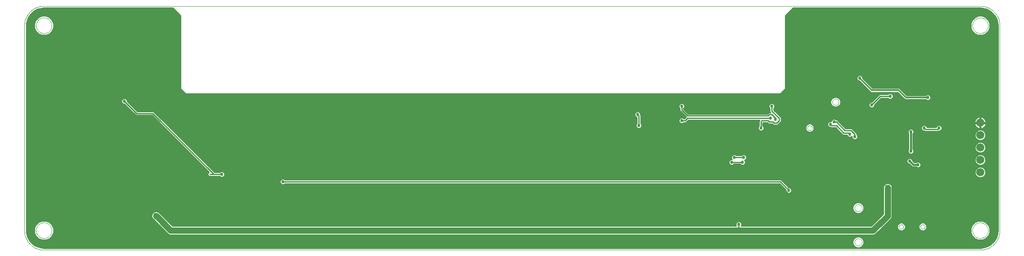
<source format=gbl>
G75*
G70*
%OFA0B0*%
%FSLAX24Y24*%
%IPPOS*%
%LPD*%
%AMOC8*
5,1,8,0,0,1.08239X$1,22.5*
%
%ADD10C,0.0000*%
%ADD11C,0.0660*%
%ADD12C,0.0100*%
%ADD13C,0.0246*%
%ADD14C,0.0500*%
%ADD15C,0.0160*%
%ADD16C,0.0120*%
D10*
X001725Y000937D02*
X077315Y000937D01*
X076685Y002512D02*
X076687Y002562D01*
X076693Y002612D01*
X076703Y002661D01*
X076717Y002709D01*
X076734Y002756D01*
X076755Y002801D01*
X076780Y002845D01*
X076808Y002886D01*
X076840Y002925D01*
X076874Y002962D01*
X076911Y002996D01*
X076951Y003026D01*
X076993Y003053D01*
X077037Y003077D01*
X077083Y003098D01*
X077130Y003114D01*
X077178Y003127D01*
X077228Y003136D01*
X077277Y003141D01*
X077328Y003142D01*
X077378Y003139D01*
X077427Y003132D01*
X077476Y003121D01*
X077524Y003106D01*
X077570Y003088D01*
X077615Y003066D01*
X077658Y003040D01*
X077699Y003011D01*
X077738Y002979D01*
X077774Y002944D01*
X077806Y002906D01*
X077836Y002866D01*
X077863Y002823D01*
X077886Y002779D01*
X077905Y002733D01*
X077921Y002685D01*
X077933Y002636D01*
X077941Y002587D01*
X077945Y002537D01*
X077945Y002487D01*
X077941Y002437D01*
X077933Y002388D01*
X077921Y002339D01*
X077905Y002291D01*
X077886Y002245D01*
X077863Y002201D01*
X077836Y002158D01*
X077806Y002118D01*
X077774Y002080D01*
X077738Y002045D01*
X077699Y002013D01*
X077658Y001984D01*
X077615Y001958D01*
X077570Y001936D01*
X077524Y001918D01*
X077476Y001903D01*
X077427Y001892D01*
X077378Y001885D01*
X077328Y001882D01*
X077277Y001883D01*
X077228Y001888D01*
X077178Y001897D01*
X077130Y001910D01*
X077083Y001926D01*
X077037Y001947D01*
X076993Y001971D01*
X076951Y001998D01*
X076911Y002028D01*
X076874Y002062D01*
X076840Y002099D01*
X076808Y002138D01*
X076780Y002179D01*
X076755Y002223D01*
X076734Y002268D01*
X076717Y002315D01*
X076703Y002363D01*
X076693Y002412D01*
X076687Y002462D01*
X076685Y002512D01*
X077315Y000937D02*
X077392Y000939D01*
X077469Y000945D01*
X077546Y000954D01*
X077622Y000967D01*
X077698Y000984D01*
X077772Y001005D01*
X077846Y001029D01*
X077918Y001057D01*
X077988Y001088D01*
X078057Y001123D01*
X078125Y001161D01*
X078190Y001202D01*
X078253Y001247D01*
X078314Y001295D01*
X078373Y001345D01*
X078429Y001398D01*
X078482Y001454D01*
X078532Y001513D01*
X078580Y001574D01*
X078625Y001637D01*
X078666Y001702D01*
X078704Y001770D01*
X078739Y001839D01*
X078770Y001909D01*
X078798Y001981D01*
X078822Y002055D01*
X078843Y002129D01*
X078860Y002205D01*
X078873Y002281D01*
X078882Y002358D01*
X078888Y002435D01*
X078890Y002512D01*
X078890Y019048D01*
X076685Y019048D02*
X076687Y019098D01*
X076693Y019148D01*
X076703Y019197D01*
X076717Y019245D01*
X076734Y019292D01*
X076755Y019337D01*
X076780Y019381D01*
X076808Y019422D01*
X076840Y019461D01*
X076874Y019498D01*
X076911Y019532D01*
X076951Y019562D01*
X076993Y019589D01*
X077037Y019613D01*
X077083Y019634D01*
X077130Y019650D01*
X077178Y019663D01*
X077228Y019672D01*
X077277Y019677D01*
X077328Y019678D01*
X077378Y019675D01*
X077427Y019668D01*
X077476Y019657D01*
X077524Y019642D01*
X077570Y019624D01*
X077615Y019602D01*
X077658Y019576D01*
X077699Y019547D01*
X077738Y019515D01*
X077774Y019480D01*
X077806Y019442D01*
X077836Y019402D01*
X077863Y019359D01*
X077886Y019315D01*
X077905Y019269D01*
X077921Y019221D01*
X077933Y019172D01*
X077941Y019123D01*
X077945Y019073D01*
X077945Y019023D01*
X077941Y018973D01*
X077933Y018924D01*
X077921Y018875D01*
X077905Y018827D01*
X077886Y018781D01*
X077863Y018737D01*
X077836Y018694D01*
X077806Y018654D01*
X077774Y018616D01*
X077738Y018581D01*
X077699Y018549D01*
X077658Y018520D01*
X077615Y018494D01*
X077570Y018472D01*
X077524Y018454D01*
X077476Y018439D01*
X077427Y018428D01*
X077378Y018421D01*
X077328Y018418D01*
X077277Y018419D01*
X077228Y018424D01*
X077178Y018433D01*
X077130Y018446D01*
X077083Y018462D01*
X077037Y018483D01*
X076993Y018507D01*
X076951Y018534D01*
X076911Y018564D01*
X076874Y018598D01*
X076840Y018635D01*
X076808Y018674D01*
X076780Y018715D01*
X076755Y018759D01*
X076734Y018804D01*
X076717Y018851D01*
X076703Y018899D01*
X076693Y018948D01*
X076687Y018998D01*
X076685Y019048D01*
X077315Y020623D02*
X077392Y020621D01*
X077469Y020615D01*
X077546Y020606D01*
X077622Y020593D01*
X077698Y020576D01*
X077772Y020555D01*
X077846Y020531D01*
X077918Y020503D01*
X077988Y020472D01*
X078057Y020437D01*
X078125Y020399D01*
X078190Y020358D01*
X078253Y020313D01*
X078314Y020265D01*
X078373Y020215D01*
X078429Y020162D01*
X078482Y020106D01*
X078532Y020047D01*
X078580Y019986D01*
X078625Y019923D01*
X078666Y019858D01*
X078704Y019790D01*
X078739Y019721D01*
X078770Y019651D01*
X078798Y019579D01*
X078822Y019505D01*
X078843Y019431D01*
X078860Y019355D01*
X078873Y019279D01*
X078882Y019202D01*
X078888Y019125D01*
X078890Y019048D01*
X077315Y020622D02*
X001725Y020622D01*
X001095Y019048D02*
X001097Y019098D01*
X001103Y019148D01*
X001113Y019197D01*
X001127Y019245D01*
X001144Y019292D01*
X001165Y019337D01*
X001190Y019381D01*
X001218Y019422D01*
X001250Y019461D01*
X001284Y019498D01*
X001321Y019532D01*
X001361Y019562D01*
X001403Y019589D01*
X001447Y019613D01*
X001493Y019634D01*
X001540Y019650D01*
X001588Y019663D01*
X001638Y019672D01*
X001687Y019677D01*
X001738Y019678D01*
X001788Y019675D01*
X001837Y019668D01*
X001886Y019657D01*
X001934Y019642D01*
X001980Y019624D01*
X002025Y019602D01*
X002068Y019576D01*
X002109Y019547D01*
X002148Y019515D01*
X002184Y019480D01*
X002216Y019442D01*
X002246Y019402D01*
X002273Y019359D01*
X002296Y019315D01*
X002315Y019269D01*
X002331Y019221D01*
X002343Y019172D01*
X002351Y019123D01*
X002355Y019073D01*
X002355Y019023D01*
X002351Y018973D01*
X002343Y018924D01*
X002331Y018875D01*
X002315Y018827D01*
X002296Y018781D01*
X002273Y018737D01*
X002246Y018694D01*
X002216Y018654D01*
X002184Y018616D01*
X002148Y018581D01*
X002109Y018549D01*
X002068Y018520D01*
X002025Y018494D01*
X001980Y018472D01*
X001934Y018454D01*
X001886Y018439D01*
X001837Y018428D01*
X001788Y018421D01*
X001738Y018418D01*
X001687Y018419D01*
X001638Y018424D01*
X001588Y018433D01*
X001540Y018446D01*
X001493Y018462D01*
X001447Y018483D01*
X001403Y018507D01*
X001361Y018534D01*
X001321Y018564D01*
X001284Y018598D01*
X001250Y018635D01*
X001218Y018674D01*
X001190Y018715D01*
X001165Y018759D01*
X001144Y018804D01*
X001127Y018851D01*
X001113Y018899D01*
X001103Y018948D01*
X001097Y018998D01*
X001095Y019048D01*
X000150Y019048D02*
X000152Y019125D01*
X000158Y019202D01*
X000167Y019279D01*
X000180Y019355D01*
X000197Y019431D01*
X000218Y019505D01*
X000242Y019579D01*
X000270Y019651D01*
X000301Y019721D01*
X000336Y019790D01*
X000374Y019858D01*
X000415Y019923D01*
X000460Y019986D01*
X000508Y020047D01*
X000558Y020106D01*
X000611Y020162D01*
X000667Y020215D01*
X000726Y020265D01*
X000787Y020313D01*
X000850Y020358D01*
X000915Y020399D01*
X000983Y020437D01*
X001052Y020472D01*
X001122Y020503D01*
X001194Y020531D01*
X001268Y020555D01*
X001342Y020576D01*
X001418Y020593D01*
X001494Y020606D01*
X001571Y020615D01*
X001648Y020621D01*
X001725Y020623D01*
X000150Y019048D02*
X000150Y002512D01*
X001095Y002512D02*
X001097Y002562D01*
X001103Y002612D01*
X001113Y002661D01*
X001127Y002709D01*
X001144Y002756D01*
X001165Y002801D01*
X001190Y002845D01*
X001218Y002886D01*
X001250Y002925D01*
X001284Y002962D01*
X001321Y002996D01*
X001361Y003026D01*
X001403Y003053D01*
X001447Y003077D01*
X001493Y003098D01*
X001540Y003114D01*
X001588Y003127D01*
X001638Y003136D01*
X001687Y003141D01*
X001738Y003142D01*
X001788Y003139D01*
X001837Y003132D01*
X001886Y003121D01*
X001934Y003106D01*
X001980Y003088D01*
X002025Y003066D01*
X002068Y003040D01*
X002109Y003011D01*
X002148Y002979D01*
X002184Y002944D01*
X002216Y002906D01*
X002246Y002866D01*
X002273Y002823D01*
X002296Y002779D01*
X002315Y002733D01*
X002331Y002685D01*
X002343Y002636D01*
X002351Y002587D01*
X002355Y002537D01*
X002355Y002487D01*
X002351Y002437D01*
X002343Y002388D01*
X002331Y002339D01*
X002315Y002291D01*
X002296Y002245D01*
X002273Y002201D01*
X002246Y002158D01*
X002216Y002118D01*
X002184Y002080D01*
X002148Y002045D01*
X002109Y002013D01*
X002068Y001984D01*
X002025Y001958D01*
X001980Y001936D01*
X001934Y001918D01*
X001886Y001903D01*
X001837Y001892D01*
X001788Y001885D01*
X001738Y001882D01*
X001687Y001883D01*
X001638Y001888D01*
X001588Y001897D01*
X001540Y001910D01*
X001493Y001926D01*
X001447Y001947D01*
X001403Y001971D01*
X001361Y001998D01*
X001321Y002028D01*
X001284Y002062D01*
X001250Y002099D01*
X001218Y002138D01*
X001190Y002179D01*
X001165Y002223D01*
X001144Y002268D01*
X001127Y002315D01*
X001113Y002363D01*
X001103Y002412D01*
X001097Y002462D01*
X001095Y002512D01*
X000150Y002512D02*
X000152Y002435D01*
X000158Y002358D01*
X000167Y002281D01*
X000180Y002205D01*
X000197Y002129D01*
X000218Y002055D01*
X000242Y001981D01*
X000270Y001909D01*
X000301Y001839D01*
X000336Y001770D01*
X000374Y001702D01*
X000415Y001637D01*
X000460Y001574D01*
X000508Y001513D01*
X000558Y001454D01*
X000611Y001398D01*
X000667Y001345D01*
X000726Y001295D01*
X000787Y001247D01*
X000850Y001202D01*
X000915Y001161D01*
X000983Y001123D01*
X001052Y001088D01*
X001122Y001057D01*
X001194Y001029D01*
X001268Y001005D01*
X001342Y000984D01*
X001418Y000967D01*
X001494Y000954D01*
X001571Y000945D01*
X001648Y000939D01*
X001725Y000937D01*
X063349Y010790D02*
X063351Y010817D01*
X063357Y010844D01*
X063366Y010870D01*
X063379Y010894D01*
X063395Y010917D01*
X063414Y010936D01*
X063436Y010953D01*
X063460Y010967D01*
X063485Y010977D01*
X063512Y010984D01*
X063539Y010987D01*
X063567Y010986D01*
X063594Y010981D01*
X063620Y010973D01*
X063644Y010961D01*
X063667Y010945D01*
X063688Y010927D01*
X063705Y010906D01*
X063720Y010882D01*
X063731Y010857D01*
X063739Y010831D01*
X063743Y010804D01*
X063743Y010776D01*
X063739Y010749D01*
X063731Y010723D01*
X063720Y010698D01*
X063705Y010674D01*
X063688Y010653D01*
X063667Y010635D01*
X063645Y010619D01*
X063620Y010607D01*
X063594Y010599D01*
X063567Y010594D01*
X063539Y010593D01*
X063512Y010596D01*
X063485Y010603D01*
X063460Y010613D01*
X063436Y010627D01*
X063414Y010644D01*
X063395Y010663D01*
X063379Y010686D01*
X063366Y010710D01*
X063357Y010736D01*
X063351Y010763D01*
X063349Y010790D01*
X065378Y012878D02*
X065380Y012909D01*
X065386Y012940D01*
X065395Y012970D01*
X065408Y012999D01*
X065425Y013026D01*
X065445Y013050D01*
X065467Y013072D01*
X065493Y013091D01*
X065520Y013107D01*
X065549Y013119D01*
X065579Y013128D01*
X065610Y013133D01*
X065642Y013134D01*
X065673Y013131D01*
X065704Y013124D01*
X065734Y013114D01*
X065762Y013100D01*
X065788Y013082D01*
X065812Y013062D01*
X065833Y013038D01*
X065852Y013013D01*
X065867Y012985D01*
X065878Y012956D01*
X065886Y012925D01*
X065890Y012894D01*
X065890Y012862D01*
X065886Y012831D01*
X065878Y012800D01*
X065867Y012771D01*
X065852Y012743D01*
X065833Y012718D01*
X065812Y012694D01*
X065788Y012674D01*
X065762Y012656D01*
X065734Y012642D01*
X065704Y012632D01*
X065673Y012625D01*
X065642Y012622D01*
X065610Y012623D01*
X065579Y012628D01*
X065549Y012637D01*
X065520Y012649D01*
X065493Y012665D01*
X065467Y012684D01*
X065445Y012706D01*
X065425Y012730D01*
X065408Y012757D01*
X065395Y012786D01*
X065386Y012816D01*
X065380Y012847D01*
X065378Y012878D01*
X067178Y004323D02*
X067180Y004357D01*
X067186Y004391D01*
X067196Y004424D01*
X067209Y004455D01*
X067227Y004485D01*
X067247Y004513D01*
X067271Y004538D01*
X067297Y004560D01*
X067325Y004578D01*
X067356Y004594D01*
X067388Y004606D01*
X067422Y004614D01*
X067456Y004618D01*
X067490Y004618D01*
X067524Y004614D01*
X067558Y004606D01*
X067590Y004594D01*
X067620Y004578D01*
X067649Y004560D01*
X067675Y004538D01*
X067699Y004513D01*
X067719Y004485D01*
X067737Y004455D01*
X067750Y004424D01*
X067760Y004391D01*
X067766Y004357D01*
X067768Y004323D01*
X067766Y004289D01*
X067760Y004255D01*
X067750Y004222D01*
X067737Y004191D01*
X067719Y004161D01*
X067699Y004133D01*
X067675Y004108D01*
X067649Y004086D01*
X067621Y004068D01*
X067590Y004052D01*
X067558Y004040D01*
X067524Y004032D01*
X067490Y004028D01*
X067456Y004028D01*
X067422Y004032D01*
X067388Y004040D01*
X067356Y004052D01*
X067325Y004068D01*
X067297Y004086D01*
X067271Y004108D01*
X067247Y004133D01*
X067227Y004161D01*
X067209Y004191D01*
X067196Y004222D01*
X067186Y004255D01*
X067180Y004289D01*
X067178Y004323D01*
X070760Y002807D02*
X070762Y002833D01*
X070768Y002859D01*
X070778Y002884D01*
X070791Y002907D01*
X070807Y002927D01*
X070827Y002945D01*
X070849Y002960D01*
X070872Y002972D01*
X070898Y002980D01*
X070924Y002984D01*
X070950Y002984D01*
X070976Y002980D01*
X071002Y002972D01*
X071026Y002960D01*
X071047Y002945D01*
X071067Y002927D01*
X071083Y002907D01*
X071096Y002884D01*
X071106Y002859D01*
X071112Y002833D01*
X071114Y002807D01*
X071112Y002781D01*
X071106Y002755D01*
X071096Y002730D01*
X071083Y002707D01*
X071067Y002687D01*
X071047Y002669D01*
X071025Y002654D01*
X071002Y002642D01*
X070976Y002634D01*
X070950Y002630D01*
X070924Y002630D01*
X070898Y002634D01*
X070872Y002642D01*
X070848Y002654D01*
X070827Y002669D01*
X070807Y002687D01*
X070791Y002707D01*
X070778Y002730D01*
X070768Y002755D01*
X070762Y002781D01*
X070760Y002807D01*
X072493Y002807D02*
X072495Y002833D01*
X072501Y002859D01*
X072511Y002884D01*
X072524Y002907D01*
X072540Y002927D01*
X072560Y002945D01*
X072582Y002960D01*
X072605Y002972D01*
X072631Y002980D01*
X072657Y002984D01*
X072683Y002984D01*
X072709Y002980D01*
X072735Y002972D01*
X072759Y002960D01*
X072780Y002945D01*
X072800Y002927D01*
X072816Y002907D01*
X072829Y002884D01*
X072839Y002859D01*
X072845Y002833D01*
X072847Y002807D01*
X072845Y002781D01*
X072839Y002755D01*
X072829Y002730D01*
X072816Y002707D01*
X072800Y002687D01*
X072780Y002669D01*
X072758Y002654D01*
X072735Y002642D01*
X072709Y002634D01*
X072683Y002630D01*
X072657Y002630D01*
X072631Y002634D01*
X072605Y002642D01*
X072581Y002654D01*
X072560Y002669D01*
X072540Y002687D01*
X072524Y002707D01*
X072511Y002730D01*
X072501Y002755D01*
X072495Y002781D01*
X072493Y002807D01*
X067178Y001567D02*
X067180Y001601D01*
X067186Y001635D01*
X067196Y001668D01*
X067209Y001699D01*
X067227Y001729D01*
X067247Y001757D01*
X067271Y001782D01*
X067297Y001804D01*
X067325Y001822D01*
X067356Y001838D01*
X067388Y001850D01*
X067422Y001858D01*
X067456Y001862D01*
X067490Y001862D01*
X067524Y001858D01*
X067558Y001850D01*
X067590Y001838D01*
X067620Y001822D01*
X067649Y001804D01*
X067675Y001782D01*
X067699Y001757D01*
X067719Y001729D01*
X067737Y001699D01*
X067750Y001668D01*
X067760Y001635D01*
X067766Y001601D01*
X067768Y001567D01*
X067766Y001533D01*
X067760Y001499D01*
X067750Y001466D01*
X067737Y001435D01*
X067719Y001405D01*
X067699Y001377D01*
X067675Y001352D01*
X067649Y001330D01*
X067621Y001312D01*
X067590Y001296D01*
X067558Y001284D01*
X067524Y001276D01*
X067490Y001272D01*
X067456Y001272D01*
X067422Y001276D01*
X067388Y001284D01*
X067356Y001296D01*
X067325Y001312D01*
X067297Y001330D01*
X067271Y001352D01*
X067247Y001377D01*
X067227Y001405D01*
X067209Y001435D01*
X067196Y001466D01*
X067186Y001499D01*
X067180Y001533D01*
X067178Y001567D01*
D11*
X077315Y007205D03*
X077315Y008205D03*
X077315Y009205D03*
X077315Y010205D03*
X077315Y011205D03*
D12*
X077267Y011181D02*
X066018Y011181D01*
X066117Y011083D02*
X076850Y011083D01*
X076847Y011093D02*
X076871Y011021D01*
X076905Y010954D01*
X076949Y010892D01*
X077003Y010839D01*
X077064Y010795D01*
X077131Y010760D01*
X077203Y010737D01*
X077267Y010727D01*
X077267Y011157D01*
X076837Y011157D01*
X076847Y011093D01*
X076889Y010984D02*
X074094Y010984D01*
X074065Y011013D02*
X074202Y010876D01*
X074202Y010683D01*
X074065Y010547D01*
X073962Y010547D01*
X073937Y010521D01*
X072820Y010521D01*
X072795Y010547D01*
X072691Y010547D01*
X072555Y010683D01*
X072555Y010876D01*
X072691Y011013D01*
X072884Y011013D01*
X073021Y010876D01*
X073021Y010841D01*
X073736Y010841D01*
X073736Y010876D01*
X073872Y011013D01*
X074065Y011013D01*
X074192Y010886D02*
X076956Y010886D01*
X077078Y010787D02*
X074202Y010787D01*
X074202Y010689D02*
X078740Y010689D01*
X078740Y010787D02*
X077553Y010787D01*
X077567Y010795D02*
X077628Y010839D01*
X077681Y010892D01*
X077726Y010954D01*
X077760Y011021D01*
X077784Y011093D01*
X077794Y011157D01*
X077364Y011157D01*
X077364Y011254D01*
X077267Y011254D01*
X077267Y011683D01*
X077203Y011673D01*
X077131Y011650D01*
X077064Y011616D01*
X077003Y011571D01*
X076949Y011518D01*
X076905Y011457D01*
X076871Y011389D01*
X076847Y011318D01*
X076837Y011254D01*
X077267Y011254D01*
X077267Y011157D01*
X077364Y011157D01*
X077364Y010727D01*
X077428Y010737D01*
X077500Y010760D01*
X077567Y010795D01*
X077675Y010886D02*
X078740Y010886D01*
X078740Y010984D02*
X077742Y010984D01*
X077780Y011083D02*
X078740Y011083D01*
X078740Y011181D02*
X077364Y011181D01*
X077364Y011254D02*
X077794Y011254D01*
X077784Y011318D01*
X077760Y011389D01*
X077726Y011457D01*
X077681Y011518D01*
X077628Y011571D01*
X077567Y011616D01*
X077500Y011650D01*
X077428Y011673D01*
X077364Y011683D01*
X077364Y011254D01*
X077364Y011280D02*
X077267Y011280D01*
X077267Y011378D02*
X077364Y011378D01*
X077364Y011477D02*
X077267Y011477D01*
X077267Y011575D02*
X077364Y011575D01*
X077364Y011674D02*
X077267Y011674D01*
X077207Y011674D02*
X061195Y011674D01*
X061235Y011634D02*
X060645Y012224D01*
X060645Y012382D01*
X060718Y012455D01*
X060718Y012648D01*
X060581Y012785D01*
X060388Y012785D01*
X060252Y012648D01*
X060252Y012455D01*
X060325Y012382D01*
X060325Y012092D01*
X060394Y012023D01*
X060222Y012023D01*
X060123Y011924D01*
X053760Y011924D01*
X053361Y012323D01*
X053361Y012382D01*
X053434Y012455D01*
X053434Y012648D01*
X053298Y012785D01*
X053105Y012785D01*
X052968Y012648D01*
X052968Y012455D01*
X053041Y012382D01*
X053041Y012190D01*
X053135Y012096D01*
X053565Y011666D01*
X053430Y011530D01*
X053371Y011530D01*
X053298Y011603D01*
X053105Y011603D01*
X052968Y011467D01*
X052968Y011274D01*
X053105Y011137D01*
X053298Y011137D01*
X053371Y011210D01*
X053563Y011210D01*
X053760Y011407D01*
X059508Y011407D01*
X059439Y011338D01*
X059439Y010949D01*
X059366Y010876D01*
X059366Y010683D01*
X059502Y010547D01*
X059695Y010547D01*
X059832Y010683D01*
X059832Y010876D01*
X059759Y010949D01*
X059759Y011206D01*
X059764Y011210D01*
X060123Y011210D01*
X060128Y011206D01*
X060128Y011206D01*
X060222Y011112D01*
X060517Y011112D01*
X060521Y011107D01*
X060615Y011014D01*
X060945Y011014D01*
X061141Y011210D01*
X061235Y011304D01*
X061235Y011634D01*
X061235Y011575D02*
X077008Y011575D01*
X076920Y011477D02*
X065629Y011477D01*
X065601Y011505D02*
X065674Y011432D01*
X065767Y011432D01*
X065861Y011338D01*
X066456Y010743D01*
X066949Y010743D01*
X067042Y010649D01*
X067338Y010354D01*
X067338Y010260D01*
X067411Y010187D01*
X067411Y009994D01*
X067274Y009858D01*
X067081Y009858D01*
X066945Y009994D01*
X066945Y010119D01*
X066880Y010055D01*
X066687Y010055D01*
X066551Y010191D01*
X066551Y010226D01*
X066225Y010226D01*
X065635Y010817D01*
X065241Y010817D01*
X065216Y010842D01*
X065113Y010842D01*
X064976Y010979D01*
X064976Y011172D01*
X065113Y011308D01*
X065271Y011308D01*
X065271Y011369D01*
X065408Y011505D01*
X065601Y011505D01*
X065380Y011477D02*
X061235Y011477D01*
X061235Y011378D02*
X065281Y011378D01*
X065084Y011280D02*
X061211Y011280D01*
X061112Y011181D02*
X064986Y011181D01*
X064976Y011083D02*
X063743Y011083D01*
X063742Y011084D02*
X063615Y011137D01*
X063477Y011137D01*
X063349Y011084D01*
X063252Y010986D01*
X063199Y010859D01*
X063199Y010721D01*
X063252Y010593D01*
X063349Y010496D01*
X063477Y010443D01*
X063615Y010443D01*
X063742Y010496D01*
X063840Y010593D01*
X063893Y010721D01*
X063893Y010859D01*
X063840Y010986D01*
X063742Y011084D01*
X063841Y010984D02*
X064976Y010984D01*
X065069Y010886D02*
X063881Y010886D01*
X063893Y010787D02*
X065664Y010787D01*
X065763Y010689D02*
X063879Y010689D01*
X063837Y010590D02*
X065861Y010590D01*
X065960Y010492D02*
X063733Y010492D01*
X063359Y010492D02*
X012219Y010492D01*
X012121Y010590D02*
X059459Y010590D01*
X059366Y010689D02*
X012022Y010689D01*
X011924Y010787D02*
X049616Y010787D01*
X049660Y010744D02*
X049853Y010744D01*
X049989Y010880D01*
X049989Y011073D01*
X049916Y011146D01*
X049916Y011830D01*
X049891Y011856D01*
X049891Y011959D01*
X049754Y012096D01*
X049561Y012096D01*
X049425Y011959D01*
X049425Y011766D01*
X049561Y011630D01*
X049596Y011630D01*
X049596Y011146D01*
X049523Y011073D01*
X049523Y010880D01*
X049660Y010744D01*
X049523Y010886D02*
X011825Y010886D01*
X011727Y010984D02*
X049523Y010984D01*
X049533Y011083D02*
X011628Y011083D01*
X011530Y011181D02*
X049596Y011181D01*
X049596Y011280D02*
X011431Y011280D01*
X011333Y011378D02*
X049596Y011378D01*
X049596Y011477D02*
X011234Y011477D01*
X011136Y011575D02*
X049596Y011575D01*
X049517Y011674D02*
X011037Y011674D01*
X010939Y011772D02*
X049425Y011772D01*
X049425Y011871D02*
X010840Y011871D01*
X010742Y011969D02*
X049435Y011969D01*
X049534Y012068D02*
X010643Y012068D01*
X010590Y012121D02*
X009271Y012121D01*
X008454Y012939D01*
X008454Y013042D01*
X008317Y013178D01*
X008124Y013178D01*
X007988Y013042D01*
X007988Y012849D01*
X008124Y012712D01*
X008228Y012712D01*
X009045Y011895D01*
X009139Y011801D01*
X010458Y011801D01*
X015059Y007200D01*
X015044Y007200D01*
X014951Y007106D01*
X014951Y006973D01*
X015044Y006880D01*
X015925Y006880D01*
X015998Y006807D01*
X016191Y006807D01*
X016328Y006943D01*
X016328Y007136D01*
X016191Y007273D01*
X015998Y007273D01*
X015925Y007200D01*
X015512Y007200D01*
X010590Y012121D01*
X010524Y011961D02*
X015445Y007040D01*
X016095Y007040D01*
X016328Y007044D02*
X076906Y007044D01*
X076875Y007118D02*
X076942Y006956D01*
X077066Y006832D01*
X077228Y006765D01*
X077403Y006765D01*
X077565Y006832D01*
X077688Y006956D01*
X077755Y007118D01*
X077755Y007293D01*
X077688Y007454D01*
X077565Y007578D01*
X077403Y007645D01*
X077228Y007645D01*
X077066Y007578D01*
X076942Y007454D01*
X076875Y007293D01*
X076875Y007118D01*
X076875Y007143D02*
X016321Y007143D01*
X016223Y007241D02*
X076875Y007241D01*
X076895Y007340D02*
X015371Y007340D01*
X015273Y007438D02*
X076936Y007438D01*
X077025Y007537D02*
X015174Y007537D01*
X015076Y007635D02*
X072158Y007635D01*
X072156Y007637D02*
X072199Y007594D01*
X072392Y007594D01*
X072529Y007731D01*
X072529Y007924D01*
X072392Y008060D01*
X072199Y008060D01*
X072156Y008017D01*
X071981Y008017D01*
X071840Y008158D01*
X071840Y008219D01*
X071703Y008355D01*
X071510Y008355D01*
X071374Y008219D01*
X071374Y008026D01*
X071510Y007889D01*
X071571Y007889D01*
X071823Y007637D01*
X072156Y007637D01*
X072433Y007635D02*
X077204Y007635D01*
X077228Y007765D02*
X077403Y007765D01*
X077565Y007832D01*
X077688Y007956D01*
X077755Y008118D01*
X077755Y008293D01*
X077688Y008454D01*
X077565Y008578D01*
X077403Y008645D01*
X077228Y008645D01*
X077066Y008578D01*
X076942Y008454D01*
X076875Y008293D01*
X076875Y008118D01*
X076942Y007956D01*
X077066Y007832D01*
X077228Y007765D01*
X077066Y007832D02*
X072529Y007832D01*
X072529Y007734D02*
X078740Y007734D01*
X078740Y007832D02*
X077565Y007832D01*
X077663Y007931D02*
X078740Y007931D01*
X078740Y008029D02*
X077719Y008029D01*
X077755Y008128D02*
X078740Y008128D01*
X078740Y008226D02*
X077755Y008226D01*
X077742Y008325D02*
X078740Y008325D01*
X078740Y008423D02*
X077701Y008423D01*
X077621Y008522D02*
X078740Y008522D01*
X078740Y008620D02*
X077462Y008620D01*
X077403Y008765D02*
X077565Y008832D01*
X077688Y008956D01*
X077755Y009118D01*
X077755Y009293D01*
X077688Y009454D01*
X077565Y009578D01*
X077403Y009645D01*
X077228Y009645D01*
X077066Y009578D01*
X076942Y009454D01*
X076875Y009293D01*
X076875Y009118D01*
X076942Y008956D01*
X077066Y008832D01*
X077228Y008765D01*
X077403Y008765D01*
X077529Y008817D02*
X078740Y008817D01*
X078740Y008719D02*
X071844Y008719D01*
X071802Y008677D02*
X071938Y008813D01*
X071938Y009006D01*
X071895Y009049D01*
X071895Y010345D01*
X071938Y010388D01*
X071938Y010581D01*
X071802Y010718D01*
X071609Y010718D01*
X071472Y010581D01*
X071472Y010388D01*
X071515Y010345D01*
X071515Y009049D01*
X071472Y009006D01*
X071472Y008813D01*
X071609Y008677D01*
X071802Y008677D01*
X071938Y008817D02*
X077102Y008817D01*
X076982Y008916D02*
X071938Y008916D01*
X071930Y009014D02*
X076918Y009014D01*
X076877Y009113D02*
X071895Y009113D01*
X071895Y009211D02*
X076875Y009211D01*
X076883Y009310D02*
X071895Y009310D01*
X071895Y009408D02*
X076923Y009408D01*
X076995Y009507D02*
X071895Y009507D01*
X071895Y009605D02*
X077132Y009605D01*
X077228Y009765D02*
X077403Y009765D01*
X077565Y009832D01*
X077688Y009956D01*
X077755Y010118D01*
X077755Y010293D01*
X077688Y010454D01*
X077565Y010578D01*
X077403Y010645D01*
X077228Y010645D01*
X077066Y010578D01*
X076942Y010454D01*
X076875Y010293D01*
X076875Y010118D01*
X076942Y009956D01*
X077066Y009832D01*
X077228Y009765D01*
X077138Y009802D02*
X071895Y009802D01*
X071895Y009704D02*
X078740Y009704D01*
X078740Y009802D02*
X077493Y009802D01*
X077633Y009901D02*
X078740Y009901D01*
X078740Y009999D02*
X077706Y009999D01*
X077747Y010098D02*
X078740Y010098D01*
X078740Y010196D02*
X077755Y010196D01*
X077754Y010295D02*
X078740Y010295D01*
X078740Y010393D02*
X077714Y010393D01*
X077651Y010492D02*
X078740Y010492D01*
X078740Y010590D02*
X077535Y010590D01*
X077364Y010787D02*
X077267Y010787D01*
X077267Y010886D02*
X077364Y010886D01*
X077364Y010984D02*
X077267Y010984D01*
X077267Y011083D02*
X077364Y011083D01*
X077789Y011280D02*
X078740Y011280D01*
X078740Y011378D02*
X077764Y011378D01*
X077711Y011477D02*
X078740Y011477D01*
X078740Y011575D02*
X077622Y011575D01*
X077424Y011674D02*
X078740Y011674D01*
X078740Y011772D02*
X061096Y011772D01*
X060998Y011871D02*
X078740Y011871D01*
X078740Y011969D02*
X060899Y011969D01*
X060801Y012068D02*
X078740Y012068D01*
X078740Y012166D02*
X060702Y012166D01*
X060645Y012265D02*
X078740Y012265D01*
X078740Y012363D02*
X060645Y012363D01*
X060718Y012462D02*
X068414Y012462D01*
X068459Y012417D02*
X068652Y012417D01*
X068789Y012553D01*
X068789Y012657D01*
X069311Y013179D01*
X069862Y013179D01*
X069935Y013106D01*
X070128Y013106D01*
X070265Y013242D01*
X070265Y013435D01*
X070128Y013572D01*
X069935Y013572D01*
X069862Y013499D01*
X069178Y013499D01*
X069084Y013405D01*
X068562Y012883D01*
X068459Y012883D01*
X068323Y012747D01*
X068323Y012553D01*
X068459Y012417D01*
X068323Y012560D02*
X065890Y012560D01*
X065864Y012534D02*
X065978Y012648D01*
X066040Y012797D01*
X066040Y012958D01*
X065978Y013108D01*
X065864Y013222D01*
X065714Y013284D01*
X065553Y013284D01*
X065404Y013222D01*
X065290Y013108D01*
X065228Y012958D01*
X065228Y012797D01*
X065290Y012648D01*
X065404Y012534D01*
X065553Y012472D01*
X065714Y012472D01*
X065864Y012534D01*
X065982Y012659D02*
X068323Y012659D01*
X068333Y012757D02*
X066023Y012757D01*
X066040Y012856D02*
X068432Y012856D01*
X068634Y012954D02*
X066040Y012954D01*
X066000Y013053D02*
X068732Y013053D01*
X068831Y013151D02*
X065934Y013151D01*
X065796Y013250D02*
X068929Y013250D01*
X069028Y013348D02*
X000300Y013348D01*
X000300Y013250D02*
X065472Y013250D01*
X065333Y013151D02*
X008344Y013151D01*
X008443Y013053D02*
X065267Y013053D01*
X065228Y012954D02*
X008454Y012954D01*
X008536Y012856D02*
X065228Y012856D01*
X065244Y012757D02*
X060608Y012757D01*
X060707Y012659D02*
X065285Y012659D01*
X065377Y012560D02*
X060718Y012560D01*
X060485Y012552D02*
X060485Y012158D01*
X061075Y011567D01*
X061075Y011370D01*
X060878Y011174D01*
X060681Y011174D01*
X060583Y011272D01*
X060288Y011272D01*
X060189Y011370D01*
X059697Y011370D01*
X059599Y011272D01*
X059599Y010780D01*
X059832Y010787D02*
X063199Y010787D01*
X063212Y010689D02*
X059832Y010689D01*
X059739Y010590D02*
X063255Y010590D01*
X063210Y010886D02*
X059822Y010886D01*
X059759Y010984D02*
X063251Y010984D01*
X063348Y011083D02*
X061014Y011083D01*
X060546Y011083D02*
X059759Y011083D01*
X059759Y011181D02*
X060152Y011181D01*
X059479Y011378D02*
X053731Y011378D01*
X053632Y011280D02*
X059439Y011280D01*
X059439Y011181D02*
X053342Y011181D01*
X053201Y011370D02*
X053496Y011370D01*
X053693Y011567D01*
X060386Y011567D01*
X060189Y011764D02*
X053693Y011764D01*
X053201Y012256D01*
X053201Y012552D01*
X052968Y012560D02*
X008832Y012560D01*
X008930Y012462D02*
X052968Y012462D01*
X053041Y012363D02*
X009029Y012363D01*
X009127Y012265D02*
X053041Y012265D01*
X053065Y012166D02*
X009226Y012166D01*
X009205Y011961D02*
X010524Y011961D01*
X010486Y011772D02*
X000300Y011772D01*
X000300Y011674D02*
X010585Y011674D01*
X010683Y011575D02*
X000300Y011575D01*
X000300Y011477D02*
X010782Y011477D01*
X010880Y011378D02*
X000300Y011378D01*
X000300Y011280D02*
X010979Y011280D01*
X011077Y011181D02*
X000300Y011181D01*
X000300Y011083D02*
X011176Y011083D01*
X011274Y010984D02*
X000300Y010984D01*
X000300Y010886D02*
X011373Y010886D01*
X011471Y010787D02*
X000300Y010787D01*
X000300Y010689D02*
X011570Y010689D01*
X011668Y010590D02*
X000300Y010590D01*
X000300Y010492D02*
X011767Y010492D01*
X011865Y010393D02*
X000300Y010393D01*
X000300Y010295D02*
X011964Y010295D01*
X012062Y010196D02*
X000300Y010196D01*
X000300Y010098D02*
X012161Y010098D01*
X012259Y009999D02*
X000300Y009999D01*
X000300Y009901D02*
X012358Y009901D01*
X012456Y009802D02*
X000300Y009802D01*
X000300Y009704D02*
X012555Y009704D01*
X012653Y009605D02*
X000300Y009605D01*
X000300Y009507D02*
X012752Y009507D01*
X012850Y009408D02*
X000300Y009408D01*
X000300Y009310D02*
X012949Y009310D01*
X013047Y009211D02*
X000300Y009211D01*
X000300Y009113D02*
X013146Y009113D01*
X013244Y009014D02*
X000300Y009014D01*
X000300Y008916D02*
X013343Y008916D01*
X013441Y008817D02*
X000300Y008817D01*
X000300Y008719D02*
X013540Y008719D01*
X013638Y008620D02*
X000300Y008620D01*
X000300Y008522D02*
X013737Y008522D01*
X013835Y008423D02*
X000300Y008423D01*
X000300Y008325D02*
X013934Y008325D01*
X014032Y008226D02*
X000300Y008226D01*
X000300Y008128D02*
X014131Y008128D01*
X014229Y008029D02*
X000300Y008029D01*
X000300Y007931D02*
X014328Y007931D01*
X014426Y007832D02*
X000300Y007832D01*
X000300Y007734D02*
X014525Y007734D01*
X014623Y007635D02*
X000300Y007635D01*
X000300Y007537D02*
X014722Y007537D01*
X014820Y007438D02*
X000300Y007438D01*
X000300Y007340D02*
X014919Y007340D01*
X015017Y007241D02*
X000300Y007241D01*
X000300Y007143D02*
X014988Y007143D01*
X014951Y007044D02*
X000300Y007044D01*
X000300Y006946D02*
X014978Y006946D01*
X015111Y007040D02*
X015445Y007040D01*
X015470Y007241D02*
X015967Y007241D01*
X016328Y006946D02*
X076952Y006946D01*
X077051Y006847D02*
X016232Y006847D01*
X015958Y006847D02*
X000300Y006847D01*
X000300Y006749D02*
X078740Y006749D01*
X078740Y006847D02*
X077580Y006847D01*
X077678Y006946D02*
X078740Y006946D01*
X078740Y007044D02*
X077725Y007044D01*
X077755Y007143D02*
X078740Y007143D01*
X078740Y007241D02*
X077755Y007241D01*
X077736Y007340D02*
X078740Y007340D01*
X078740Y007438D02*
X077695Y007438D01*
X077606Y007537D02*
X078740Y007537D01*
X078740Y007635D02*
X077426Y007635D01*
X076967Y007931D02*
X072521Y007931D01*
X072423Y008029D02*
X076912Y008029D01*
X076875Y008128D02*
X071870Y008128D01*
X071832Y008226D02*
X076875Y008226D01*
X076889Y008325D02*
X071734Y008325D01*
X071480Y008325D02*
X058454Y008325D01*
X058454Y008321D02*
X058454Y008514D01*
X058317Y008651D01*
X058124Y008651D01*
X058051Y008578D01*
X057603Y008578D01*
X057530Y008651D01*
X057337Y008651D01*
X057200Y008514D01*
X057200Y008321D01*
X057265Y008257D01*
X057140Y008257D01*
X057004Y008121D01*
X057004Y007928D01*
X057140Y007791D01*
X057333Y007791D01*
X057406Y007864D01*
X057953Y007864D01*
X058026Y007791D01*
X058219Y007791D01*
X058355Y007928D01*
X058355Y008121D01*
X058291Y008185D01*
X058317Y008185D01*
X058454Y008321D01*
X058454Y008423D02*
X076930Y008423D01*
X077010Y008522D02*
X058446Y008522D01*
X058348Y008620D02*
X077168Y008620D01*
X077648Y008916D02*
X078740Y008916D01*
X078740Y009014D02*
X077713Y009014D01*
X077753Y009113D02*
X078740Y009113D01*
X078740Y009211D02*
X077755Y009211D01*
X077748Y009310D02*
X078740Y009310D01*
X078740Y009408D02*
X077707Y009408D01*
X077636Y009507D02*
X078740Y009507D01*
X078740Y009605D02*
X077499Y009605D01*
X076997Y009901D02*
X071895Y009901D01*
X071895Y009999D02*
X076924Y009999D01*
X076884Y010098D02*
X071895Y010098D01*
X071895Y010196D02*
X076875Y010196D01*
X076876Y010295D02*
X071895Y010295D01*
X071938Y010393D02*
X076917Y010393D01*
X076980Y010492D02*
X071938Y010492D01*
X071929Y010590D02*
X072648Y010590D01*
X072555Y010689D02*
X071830Y010689D01*
X071580Y010689D02*
X067003Y010689D01*
X067101Y010590D02*
X071481Y010590D01*
X071472Y010492D02*
X067200Y010492D01*
X067298Y010393D02*
X071472Y010393D01*
X071515Y010295D02*
X067338Y010295D01*
X067402Y010196D02*
X071515Y010196D01*
X071515Y010098D02*
X067411Y010098D01*
X067411Y009999D02*
X071515Y009999D01*
X071515Y009901D02*
X067317Y009901D01*
X067178Y010091D02*
X067178Y010288D01*
X066882Y010583D01*
X066390Y010583D01*
X065701Y011272D01*
X065504Y011272D01*
X065821Y011378D02*
X076867Y011378D01*
X076841Y011280D02*
X065920Y011280D01*
X065307Y010977D02*
X065209Y011075D01*
X065307Y010977D02*
X065701Y010977D01*
X066292Y010386D01*
X066685Y010386D01*
X066784Y010288D01*
X066923Y010098D02*
X066945Y010098D01*
X066945Y009999D02*
X012712Y009999D01*
X012810Y009901D02*
X067038Y009901D01*
X066644Y010098D02*
X012613Y010098D01*
X012515Y010196D02*
X066551Y010196D01*
X066157Y010295D02*
X012416Y010295D01*
X012318Y010393D02*
X066058Y010393D01*
X066412Y010787D02*
X072555Y010787D01*
X072564Y010886D02*
X066314Y010886D01*
X066215Y010984D02*
X072663Y010984D01*
X072788Y010780D02*
X072886Y010681D01*
X073870Y010681D01*
X073969Y010780D01*
X074109Y010590D02*
X077096Y010590D01*
X073844Y010984D02*
X072913Y010984D01*
X073011Y010886D02*
X073745Y010886D01*
X071515Y009802D02*
X012909Y009802D01*
X013007Y009704D02*
X071515Y009704D01*
X071515Y009605D02*
X013106Y009605D01*
X013204Y009507D02*
X071515Y009507D01*
X071515Y009408D02*
X013303Y009408D01*
X013401Y009310D02*
X071515Y009310D01*
X071515Y009211D02*
X013500Y009211D01*
X013598Y009113D02*
X071515Y009113D01*
X071480Y009014D02*
X013697Y009014D01*
X013795Y008916D02*
X071472Y008916D01*
X071472Y008817D02*
X013894Y008817D01*
X013992Y008719D02*
X071567Y008719D01*
X071381Y008226D02*
X058359Y008226D01*
X058348Y008128D02*
X071374Y008128D01*
X071374Y008029D02*
X058355Y008029D01*
X058355Y007931D02*
X071469Y007931D01*
X071628Y007832D02*
X058260Y007832D01*
X058122Y008024D02*
X057237Y008024D01*
X057004Y008029D02*
X014682Y008029D01*
X014780Y007931D02*
X057004Y007931D01*
X057099Y007832D02*
X014879Y007832D01*
X014977Y007734D02*
X071727Y007734D01*
X071968Y008029D02*
X072168Y008029D01*
X070166Y006152D02*
X070030Y006289D01*
X069976Y006289D01*
X069907Y006317D01*
X069763Y006317D01*
X069694Y006289D01*
X069640Y006289D01*
X069504Y006152D01*
X069504Y006098D01*
X069475Y006029D01*
X069475Y003842D01*
X068505Y002872D01*
X058025Y002872D01*
X058060Y002908D01*
X058060Y003101D01*
X057924Y003237D01*
X057731Y003237D01*
X057594Y003101D01*
X057594Y002908D01*
X057630Y002872D01*
X012110Y002872D01*
X011184Y003799D01*
X011111Y003871D01*
X011111Y003888D01*
X010975Y004025D01*
X010921Y004025D01*
X010852Y004053D01*
X010708Y004053D01*
X010639Y004025D01*
X010585Y004025D01*
X010449Y003888D01*
X010449Y003834D01*
X010420Y003765D01*
X010420Y003622D01*
X010449Y003553D01*
X010449Y003498D01*
X010585Y003362D01*
X010602Y003362D01*
X010674Y003290D01*
X011757Y002207D01*
X011889Y002152D01*
X068726Y002152D01*
X068858Y002207D01*
X068959Y002308D01*
X070039Y003388D01*
X070140Y003489D01*
X070195Y003622D01*
X070195Y006029D01*
X070166Y006098D01*
X070166Y006152D01*
X070161Y006158D02*
X078740Y006158D01*
X078740Y006256D02*
X070062Y006256D01*
X070182Y006059D02*
X078740Y006059D01*
X078740Y005961D02*
X070195Y005961D01*
X070195Y005862D02*
X078740Y005862D01*
X078740Y005764D02*
X070195Y005764D01*
X070195Y005665D02*
X078740Y005665D01*
X078740Y005567D02*
X070195Y005567D01*
X070195Y005468D02*
X078740Y005468D01*
X078740Y005370D02*
X070195Y005370D01*
X070195Y005271D02*
X078740Y005271D01*
X078740Y005173D02*
X070195Y005173D01*
X070195Y005074D02*
X078740Y005074D01*
X078740Y004976D02*
X070195Y004976D01*
X070195Y004877D02*
X078740Y004877D01*
X078740Y004779D02*
X070195Y004779D01*
X070195Y004680D02*
X078740Y004680D01*
X078740Y004582D02*
X070195Y004582D01*
X070195Y004483D02*
X078740Y004483D01*
X078740Y004385D02*
X070195Y004385D01*
X070195Y004286D02*
X078740Y004286D01*
X078740Y004188D02*
X070195Y004188D01*
X070195Y004089D02*
X078740Y004089D01*
X078740Y003991D02*
X070195Y003991D01*
X070195Y003892D02*
X078740Y003892D01*
X078740Y003794D02*
X070195Y003794D01*
X070195Y003695D02*
X078740Y003695D01*
X078740Y003597D02*
X070185Y003597D01*
X070144Y003498D02*
X078740Y003498D01*
X078740Y003400D02*
X070051Y003400D01*
X070039Y003388D02*
X070039Y003388D01*
X069952Y003301D02*
X078740Y003301D01*
X078740Y003203D02*
X077686Y003203D01*
X077757Y003173D02*
X077470Y003292D01*
X077160Y003292D01*
X076874Y003173D01*
X076654Y002954D01*
X076535Y002667D01*
X076535Y002357D01*
X076654Y002070D01*
X076874Y001851D01*
X077160Y001732D01*
X077470Y001732D01*
X077757Y001851D01*
X077977Y002070D01*
X078095Y002357D01*
X078095Y002667D01*
X077977Y002954D01*
X077757Y003173D01*
X077826Y003104D02*
X078740Y003104D01*
X078740Y003006D02*
X077925Y003006D01*
X077996Y002907D02*
X078740Y002907D01*
X078740Y002809D02*
X078037Y002809D01*
X078077Y002710D02*
X078740Y002710D01*
X078740Y002612D02*
X078095Y002612D01*
X078095Y002513D02*
X078740Y002513D01*
X078740Y002512D02*
X078728Y002326D01*
X078632Y001967D01*
X078632Y001967D01*
X078486Y001714D01*
X078114Y001342D01*
X077861Y001196D01*
X077501Y001100D01*
X077315Y001087D01*
X001725Y001087D01*
X001539Y001100D01*
X001180Y001196D01*
X000927Y001342D01*
X000554Y001714D01*
X000408Y001967D01*
X000312Y002326D01*
X000300Y002512D01*
X000300Y019048D01*
X000312Y019234D01*
X000408Y019593D01*
X000554Y019846D01*
X000927Y020218D01*
X001180Y020364D01*
X001539Y020460D01*
X001725Y020472D01*
X012111Y020472D01*
X012748Y019835D01*
X012748Y013930D01*
X013142Y013536D01*
X061174Y013536D01*
X061567Y013930D01*
X061567Y019835D01*
X062205Y020472D01*
X077315Y020472D01*
X077501Y020460D01*
X077861Y020364D01*
X078114Y020218D01*
X078486Y019846D01*
X078632Y019593D01*
X078728Y019234D01*
X078740Y019048D01*
X078740Y002512D01*
X078734Y002415D02*
X078095Y002415D01*
X078078Y002316D02*
X078725Y002316D01*
X078699Y002218D02*
X078038Y002218D01*
X077997Y002119D02*
X078673Y002119D01*
X078646Y002021D02*
X077927Y002021D01*
X077829Y001922D02*
X078606Y001922D01*
X078549Y001824D02*
X077692Y001824D01*
X078300Y001528D02*
X067918Y001528D01*
X067918Y001479D02*
X067850Y001315D01*
X067725Y001190D01*
X067561Y001122D01*
X067384Y001122D01*
X067221Y001190D01*
X067095Y001315D01*
X067028Y001479D01*
X067028Y001656D01*
X067095Y001820D01*
X067221Y001945D01*
X067384Y002013D01*
X067561Y002013D01*
X067725Y001945D01*
X067850Y001820D01*
X067918Y001656D01*
X067918Y001479D01*
X067898Y001430D02*
X078202Y001430D01*
X078095Y001331D02*
X067857Y001331D01*
X067768Y001233D02*
X077925Y001233D01*
X077631Y001134D02*
X067591Y001134D01*
X067354Y001134D02*
X001409Y001134D01*
X001115Y001233D02*
X067178Y001233D01*
X067089Y001331D02*
X000945Y001331D01*
X000839Y001430D02*
X067048Y001430D01*
X067028Y001528D02*
X000740Y001528D01*
X000642Y001627D02*
X067028Y001627D01*
X067056Y001725D02*
X000548Y001725D01*
X000491Y001824D02*
X001348Y001824D01*
X001283Y001851D02*
X001570Y001732D01*
X001880Y001732D01*
X002167Y001851D01*
X002386Y002070D01*
X002505Y002357D01*
X002505Y002667D01*
X002386Y002954D01*
X002167Y003173D01*
X001880Y003292D01*
X001570Y003292D01*
X001283Y003173D01*
X001064Y002954D01*
X000945Y002667D01*
X000945Y002357D01*
X001064Y002070D01*
X001283Y001851D01*
X001212Y001922D02*
X000434Y001922D01*
X000394Y002021D02*
X001113Y002021D01*
X001043Y002119D02*
X000368Y002119D01*
X000341Y002218D02*
X001003Y002218D01*
X000962Y002316D02*
X000315Y002316D01*
X000306Y002415D02*
X000945Y002415D01*
X000945Y002513D02*
X000300Y002513D01*
X000300Y002612D02*
X000945Y002612D01*
X000963Y002710D02*
X000300Y002710D01*
X000300Y002809D02*
X001004Y002809D01*
X001044Y002907D02*
X000300Y002907D01*
X000300Y003006D02*
X001116Y003006D01*
X001214Y003104D02*
X000300Y003104D01*
X000300Y003203D02*
X001354Y003203D01*
X002095Y003203D02*
X010761Y003203D01*
X010663Y003301D02*
X000300Y003301D01*
X000300Y003400D02*
X010547Y003400D01*
X010449Y003498D02*
X000300Y003498D01*
X000300Y003597D02*
X010430Y003597D01*
X010420Y003695D02*
X000300Y003695D01*
X000300Y003794D02*
X010432Y003794D01*
X010453Y003892D02*
X000300Y003892D01*
X000300Y003991D02*
X010551Y003991D01*
X011009Y003991D02*
X067175Y003991D01*
X067221Y003946D02*
X067095Y004071D01*
X067028Y004235D01*
X067028Y004412D01*
X067095Y004575D01*
X067221Y004701D01*
X067384Y004769D01*
X067561Y004769D01*
X067725Y004701D01*
X067850Y004575D01*
X067918Y004412D01*
X067918Y004235D01*
X067850Y004071D01*
X067725Y003946D01*
X067561Y003878D01*
X067384Y003878D01*
X067221Y003946D01*
X067349Y003892D02*
X011107Y003892D01*
X011188Y003794D02*
X069427Y003794D01*
X069475Y003892D02*
X067596Y003892D01*
X067770Y003991D02*
X069475Y003991D01*
X069475Y004089D02*
X067858Y004089D01*
X067899Y004188D02*
X069475Y004188D01*
X069475Y004286D02*
X067918Y004286D01*
X067918Y004385D02*
X069475Y004385D01*
X069475Y004483D02*
X067888Y004483D01*
X067844Y004582D02*
X069475Y004582D01*
X069475Y004680D02*
X067745Y004680D01*
X067200Y004680D02*
X000300Y004680D01*
X000300Y004582D02*
X067102Y004582D01*
X067057Y004483D02*
X000300Y004483D01*
X000300Y004385D02*
X067028Y004385D01*
X067028Y004286D02*
X000300Y004286D01*
X000300Y004188D02*
X067047Y004188D01*
X067088Y004089D02*
X000300Y004089D01*
X000300Y004779D02*
X069475Y004779D01*
X069475Y004877D02*
X000300Y004877D01*
X000300Y004976D02*
X069475Y004976D01*
X069475Y005074D02*
X000300Y005074D01*
X000300Y005173D02*
X069475Y005173D01*
X069475Y005271D02*
X000300Y005271D01*
X000300Y005370D02*
X069475Y005370D01*
X069475Y005468D02*
X000300Y005468D01*
X000300Y005567D02*
X061726Y005567D01*
X061766Y005527D02*
X061959Y005527D01*
X062096Y005664D01*
X062096Y005857D01*
X061959Y005993D01*
X061856Y005993D01*
X061240Y006609D01*
X021186Y006609D01*
X021113Y006682D01*
X020920Y006682D01*
X020783Y006546D01*
X020783Y006353D01*
X020920Y006216D01*
X021113Y006216D01*
X021186Y006289D01*
X061107Y006289D01*
X061630Y005767D01*
X061630Y005664D01*
X061766Y005527D01*
X061630Y005665D02*
X000300Y005665D01*
X000300Y005764D02*
X061630Y005764D01*
X061534Y005862D02*
X000300Y005862D01*
X000300Y005961D02*
X061436Y005961D01*
X061337Y006059D02*
X000300Y006059D01*
X000300Y006158D02*
X061239Y006158D01*
X061140Y006256D02*
X021153Y006256D01*
X021016Y006449D02*
X061174Y006449D01*
X061863Y005760D01*
X062096Y005764D02*
X069475Y005764D01*
X069475Y005862D02*
X062090Y005862D01*
X061991Y005961D02*
X069475Y005961D01*
X069488Y006059D02*
X061790Y006059D01*
X061691Y006158D02*
X069510Y006158D01*
X069608Y006256D02*
X061593Y006256D01*
X061494Y006355D02*
X078740Y006355D01*
X078740Y006453D02*
X061396Y006453D01*
X061297Y006552D02*
X078740Y006552D01*
X078740Y006650D02*
X021144Y006650D01*
X020888Y006650D02*
X000300Y006650D01*
X000300Y006552D02*
X020789Y006552D01*
X020783Y006453D02*
X000300Y006453D01*
X000300Y006355D02*
X020783Y006355D01*
X020879Y006256D02*
X000300Y006256D01*
X011287Y003695D02*
X069328Y003695D01*
X069230Y003597D02*
X011385Y003597D01*
X011484Y003498D02*
X069131Y003498D01*
X069033Y003400D02*
X011582Y003400D01*
X011681Y003301D02*
X068934Y003301D01*
X068836Y003203D02*
X057958Y003203D01*
X058057Y003104D02*
X068737Y003104D01*
X068639Y003006D02*
X058060Y003006D01*
X058060Y002907D02*
X068540Y002907D01*
X069164Y002513D02*
X070792Y002513D01*
X070752Y002530D02*
X070872Y002480D01*
X071002Y002480D01*
X071123Y002530D01*
X071215Y002622D01*
X071265Y002742D01*
X071265Y002873D01*
X071215Y002993D01*
X071123Y003085D01*
X071002Y003135D01*
X070872Y003135D01*
X070752Y003085D01*
X070660Y002993D01*
X070610Y002873D01*
X070610Y002742D01*
X070660Y002622D01*
X070752Y002530D01*
X070670Y002612D02*
X069263Y002612D01*
X069361Y002710D02*
X070623Y002710D01*
X070610Y002809D02*
X069460Y002809D01*
X069558Y002907D02*
X070625Y002907D01*
X070673Y003006D02*
X069657Y003006D01*
X069755Y003104D02*
X070799Y003104D01*
X071075Y003104D02*
X072532Y003104D01*
X072484Y003085D02*
X072392Y002993D01*
X072343Y002873D01*
X072343Y002742D01*
X072392Y002622D01*
X072484Y002530D01*
X072605Y002480D01*
X072735Y002480D01*
X072855Y002530D01*
X072947Y002622D01*
X072997Y002742D01*
X072997Y002873D01*
X072947Y002993D01*
X072855Y003085D01*
X072735Y003135D01*
X072605Y003135D01*
X072484Y003085D01*
X072405Y003006D02*
X071202Y003006D01*
X071250Y002907D02*
X072357Y002907D01*
X072343Y002809D02*
X071265Y002809D01*
X071251Y002710D02*
X072356Y002710D01*
X072403Y002612D02*
X071205Y002612D01*
X071082Y002513D02*
X072525Y002513D01*
X072815Y002513D02*
X076535Y002513D01*
X076535Y002415D02*
X069066Y002415D01*
X068967Y002316D02*
X076552Y002316D01*
X076593Y002218D02*
X068869Y002218D01*
X068959Y002308D02*
X068959Y002308D01*
X067747Y001922D02*
X076802Y001922D01*
X076704Y002021D02*
X002336Y002021D01*
X002406Y002119D02*
X076634Y002119D01*
X076939Y001824D02*
X067846Y001824D01*
X067889Y001725D02*
X078492Y001725D01*
X078399Y001627D02*
X067918Y001627D01*
X067100Y001824D02*
X002101Y001824D01*
X002238Y001922D02*
X067198Y001922D01*
X069854Y003203D02*
X076945Y003203D01*
X076805Y003104D02*
X072808Y003104D01*
X072934Y003006D02*
X076706Y003006D01*
X076635Y002907D02*
X072982Y002907D01*
X072997Y002809D02*
X076594Y002809D01*
X076553Y002710D02*
X072984Y002710D01*
X072937Y002612D02*
X076535Y002612D01*
X069475Y005567D02*
X061999Y005567D01*
X062096Y005665D02*
X069475Y005665D01*
X069835Y005957D02*
X069737Y006056D01*
X058221Y008418D02*
X057433Y008418D01*
X057200Y008423D02*
X014288Y008423D01*
X014386Y008325D02*
X057200Y008325D01*
X057110Y008226D02*
X014485Y008226D01*
X014583Y008128D02*
X057011Y008128D01*
X057208Y008522D02*
X014189Y008522D01*
X014091Y008620D02*
X057307Y008620D01*
X057560Y008620D02*
X058094Y008620D01*
X057985Y007832D02*
X057375Y007832D01*
X059366Y010787D02*
X049896Y010787D01*
X049989Y010886D02*
X059375Y010886D01*
X059439Y010984D02*
X049989Y010984D01*
X049980Y011083D02*
X059439Y011083D01*
X060485Y011863D02*
X060780Y011567D01*
X060780Y011469D01*
X060288Y011863D02*
X060189Y011764D01*
X060288Y011863D02*
X060485Y011863D01*
X060348Y012068D02*
X053616Y012068D01*
X053714Y011969D02*
X060168Y011969D01*
X060325Y012166D02*
X053517Y012166D01*
X053419Y012265D02*
X060325Y012265D01*
X060325Y012363D02*
X053361Y012363D01*
X053434Y012462D02*
X060252Y012462D01*
X060252Y012560D02*
X053434Y012560D01*
X053423Y012659D02*
X060263Y012659D01*
X060361Y012757D02*
X053325Y012757D01*
X053078Y012757D02*
X008635Y012757D01*
X008733Y012659D02*
X052979Y012659D01*
X053163Y012068D02*
X049782Y012068D01*
X049881Y011969D02*
X053262Y011969D01*
X053360Y011871D02*
X049891Y011871D01*
X049916Y011772D02*
X053459Y011772D01*
X053557Y011674D02*
X049916Y011674D01*
X049916Y011575D02*
X053077Y011575D01*
X052978Y011477D02*
X049916Y011477D01*
X049916Y011378D02*
X052968Y011378D01*
X052968Y011280D02*
X049916Y011280D01*
X049916Y011181D02*
X053061Y011181D01*
X053326Y011575D02*
X053475Y011575D01*
X049756Y011764D02*
X049756Y010977D01*
X049756Y011764D02*
X049658Y011863D01*
X061183Y013545D02*
X069909Y013545D01*
X070032Y013339D02*
X069244Y013339D01*
X068556Y012650D01*
X068791Y012659D02*
X078740Y012659D01*
X078740Y012757D02*
X068889Y012757D01*
X068988Y012856D02*
X078740Y012856D01*
X078740Y012954D02*
X069086Y012954D01*
X069185Y013053D02*
X072941Y013053D01*
X072924Y013071D02*
X072987Y013008D01*
X073180Y013008D01*
X073316Y013144D01*
X073316Y013337D01*
X073180Y013474D01*
X072987Y013474D01*
X072924Y013411D01*
X071382Y013411D01*
X070891Y013902D01*
X070791Y014001D01*
X068626Y014001D01*
X067804Y014823D01*
X067804Y014912D01*
X067668Y015048D01*
X067475Y015048D01*
X067338Y014912D01*
X067338Y014719D01*
X067475Y014582D01*
X067564Y014582D01*
X068485Y013661D01*
X070650Y013661D01*
X071241Y013071D01*
X072924Y013071D01*
X073225Y013053D02*
X078740Y013053D01*
X078740Y013151D02*
X073316Y013151D01*
X073316Y013250D02*
X078740Y013250D01*
X078740Y013348D02*
X073305Y013348D01*
X073206Y013447D02*
X078740Y013447D01*
X078740Y013545D02*
X071247Y013545D01*
X071345Y013447D02*
X072960Y013447D01*
X071148Y013644D02*
X078740Y013644D01*
X078740Y013742D02*
X071050Y013742D01*
X070951Y013841D02*
X078740Y013841D01*
X078740Y013939D02*
X070853Y013939D01*
X070668Y013644D02*
X061282Y013644D01*
X061380Y013742D02*
X068404Y013742D01*
X068305Y013841D02*
X061479Y013841D01*
X061567Y013939D02*
X068207Y013939D01*
X068108Y014038D02*
X061567Y014038D01*
X061567Y014136D02*
X068010Y014136D01*
X067911Y014235D02*
X061567Y014235D01*
X061567Y014333D02*
X067813Y014333D01*
X067714Y014432D02*
X061567Y014432D01*
X061567Y014530D02*
X067616Y014530D01*
X067428Y014629D02*
X061567Y014629D01*
X061567Y014727D02*
X067338Y014727D01*
X067338Y014826D02*
X061567Y014826D01*
X061567Y014924D02*
X067351Y014924D01*
X067449Y015023D02*
X061567Y015023D01*
X061567Y015121D02*
X078740Y015121D01*
X078740Y015023D02*
X067693Y015023D01*
X067792Y014924D02*
X078740Y014924D01*
X078740Y014826D02*
X067804Y014826D01*
X067900Y014727D02*
X078740Y014727D01*
X078740Y014629D02*
X067998Y014629D01*
X068097Y014530D02*
X078740Y014530D01*
X078740Y014432D02*
X068195Y014432D01*
X068294Y014333D02*
X078740Y014333D01*
X078740Y014235D02*
X068392Y014235D01*
X068491Y014136D02*
X078740Y014136D01*
X078740Y014038D02*
X068589Y014038D01*
X070155Y013545D02*
X070766Y013545D01*
X070865Y013447D02*
X070253Y013447D01*
X070265Y013348D02*
X070963Y013348D01*
X071062Y013250D02*
X070265Y013250D01*
X070174Y013151D02*
X071160Y013151D01*
X069890Y013151D02*
X069283Y013151D01*
X069084Y013405D02*
X069084Y013405D01*
X069126Y013447D02*
X000300Y013447D01*
X000300Y013545D02*
X013133Y013545D01*
X013034Y013644D02*
X000300Y013644D01*
X000300Y013742D02*
X012936Y013742D01*
X012837Y013841D02*
X000300Y013841D01*
X000300Y013939D02*
X012748Y013939D01*
X012748Y014038D02*
X000300Y014038D01*
X000300Y014136D02*
X012748Y014136D01*
X012748Y014235D02*
X000300Y014235D01*
X000300Y014333D02*
X012748Y014333D01*
X012748Y014432D02*
X000300Y014432D01*
X000300Y014530D02*
X012748Y014530D01*
X012748Y014629D02*
X000300Y014629D01*
X000300Y014727D02*
X012748Y014727D01*
X012748Y014826D02*
X000300Y014826D01*
X000300Y014924D02*
X012748Y014924D01*
X012748Y015023D02*
X000300Y015023D01*
X000300Y015121D02*
X012748Y015121D01*
X012748Y015220D02*
X000300Y015220D01*
X000300Y015318D02*
X012748Y015318D01*
X012748Y015417D02*
X000300Y015417D01*
X000300Y015515D02*
X012748Y015515D01*
X012748Y015614D02*
X000300Y015614D01*
X000300Y015712D02*
X012748Y015712D01*
X012748Y015811D02*
X000300Y015811D01*
X000300Y015909D02*
X012748Y015909D01*
X012748Y016008D02*
X000300Y016008D01*
X000300Y016106D02*
X012748Y016106D01*
X012748Y016205D02*
X000300Y016205D01*
X000300Y016303D02*
X012748Y016303D01*
X012748Y016402D02*
X000300Y016402D01*
X000300Y016500D02*
X012748Y016500D01*
X012748Y016599D02*
X000300Y016599D01*
X000300Y016697D02*
X012748Y016697D01*
X012748Y016796D02*
X000300Y016796D01*
X000300Y016894D02*
X012748Y016894D01*
X012748Y016993D02*
X000300Y016993D01*
X000300Y017091D02*
X012748Y017091D01*
X012748Y017190D02*
X000300Y017190D01*
X000300Y017288D02*
X012748Y017288D01*
X012748Y017387D02*
X000300Y017387D01*
X000300Y017485D02*
X012748Y017485D01*
X012748Y017584D02*
X000300Y017584D01*
X000300Y017682D02*
X012748Y017682D01*
X012748Y017781D02*
X000300Y017781D01*
X000300Y017879D02*
X012748Y017879D01*
X012748Y017978D02*
X000300Y017978D01*
X000300Y018076D02*
X012748Y018076D01*
X012748Y018175D02*
X000300Y018175D01*
X000300Y018273D02*
X001556Y018273D01*
X001570Y018268D02*
X001880Y018268D01*
X002167Y018386D01*
X002386Y018606D01*
X002505Y018893D01*
X002505Y019203D01*
X002386Y019489D01*
X002167Y019709D01*
X001880Y019828D01*
X001570Y019828D01*
X001283Y019709D01*
X001064Y019489D01*
X000945Y019203D01*
X000945Y018893D01*
X001064Y018606D01*
X001283Y018386D01*
X001570Y018268D01*
X001318Y018372D02*
X000300Y018372D01*
X000300Y018470D02*
X001199Y018470D01*
X001101Y018569D02*
X000300Y018569D01*
X000300Y018667D02*
X001038Y018667D01*
X000997Y018766D02*
X000300Y018766D01*
X000300Y018864D02*
X000957Y018864D01*
X000945Y018963D02*
X000300Y018963D01*
X000301Y019061D02*
X000945Y019061D01*
X000945Y019160D02*
X000307Y019160D01*
X000319Y019258D02*
X000968Y019258D01*
X001009Y019357D02*
X000345Y019357D01*
X000372Y019455D02*
X001050Y019455D01*
X001128Y019554D02*
X000398Y019554D01*
X000443Y019652D02*
X001227Y019652D01*
X001385Y019751D02*
X000500Y019751D01*
X000558Y019849D02*
X012734Y019849D01*
X012748Y019751D02*
X002065Y019751D01*
X002223Y019652D02*
X012748Y019652D01*
X012748Y019554D02*
X002321Y019554D01*
X002400Y019455D02*
X012748Y019455D01*
X012748Y019357D02*
X002441Y019357D01*
X002482Y019258D02*
X012748Y019258D01*
X012748Y019160D02*
X002505Y019160D01*
X002505Y019061D02*
X012748Y019061D01*
X012748Y018963D02*
X002505Y018963D01*
X002493Y018864D02*
X012748Y018864D01*
X012748Y018766D02*
X002452Y018766D01*
X002412Y018667D02*
X012748Y018667D01*
X012748Y018569D02*
X002349Y018569D01*
X002251Y018470D02*
X012748Y018470D01*
X012748Y018372D02*
X002132Y018372D01*
X001894Y018273D02*
X012748Y018273D01*
X012636Y019948D02*
X000657Y019948D01*
X000755Y020046D02*
X012537Y020046D01*
X012439Y020145D02*
X000854Y020145D01*
X000971Y020243D02*
X012340Y020243D01*
X012242Y020342D02*
X001141Y020342D01*
X001465Y020440D02*
X012143Y020440D01*
X008098Y013151D02*
X000300Y013151D01*
X000300Y013053D02*
X007999Y013053D01*
X007988Y012954D02*
X000300Y012954D01*
X000300Y012856D02*
X007988Y012856D01*
X008079Y012757D02*
X000300Y012757D01*
X000300Y012659D02*
X008281Y012659D01*
X008379Y012560D02*
X000300Y012560D01*
X000300Y012462D02*
X008478Y012462D01*
X008576Y012363D02*
X000300Y012363D01*
X000300Y012265D02*
X008675Y012265D01*
X008773Y012166D02*
X000300Y012166D01*
X000300Y012068D02*
X008872Y012068D01*
X008970Y011969D02*
X000300Y011969D01*
X000300Y011871D02*
X009069Y011871D01*
X009205Y011961D02*
X008221Y012945D01*
X011779Y003203D02*
X057696Y003203D01*
X057598Y003104D02*
X011878Y003104D01*
X011976Y003006D02*
X057594Y003006D01*
X057595Y002907D02*
X012075Y002907D01*
X011451Y002513D02*
X002505Y002513D01*
X002505Y002415D02*
X011549Y002415D01*
X011648Y002316D02*
X002488Y002316D01*
X002447Y002218D02*
X011746Y002218D01*
X011352Y002612D02*
X002505Y002612D01*
X002487Y002710D02*
X011254Y002710D01*
X011155Y002809D02*
X002446Y002809D01*
X002405Y002907D02*
X011057Y002907D01*
X010958Y003006D02*
X002334Y003006D01*
X002236Y003104D02*
X010860Y003104D01*
X057729Y002512D02*
X057827Y002611D01*
X057827Y003004D01*
X068697Y012462D02*
X078740Y012462D01*
X078740Y012560D02*
X068789Y012560D01*
X061567Y015220D02*
X078740Y015220D01*
X078740Y015318D02*
X061567Y015318D01*
X061567Y015417D02*
X078740Y015417D01*
X078740Y015515D02*
X061567Y015515D01*
X061567Y015614D02*
X078740Y015614D01*
X078740Y015712D02*
X061567Y015712D01*
X061567Y015811D02*
X078740Y015811D01*
X078740Y015909D02*
X061567Y015909D01*
X061567Y016008D02*
X078740Y016008D01*
X078740Y016106D02*
X061567Y016106D01*
X061567Y016205D02*
X078740Y016205D01*
X078740Y016303D02*
X061567Y016303D01*
X061567Y016402D02*
X078740Y016402D01*
X078740Y016500D02*
X061567Y016500D01*
X061567Y016599D02*
X078740Y016599D01*
X078740Y016697D02*
X061567Y016697D01*
X061567Y016796D02*
X078740Y016796D01*
X078740Y016894D02*
X061567Y016894D01*
X061567Y016993D02*
X078740Y016993D01*
X078740Y017091D02*
X061567Y017091D01*
X061567Y017190D02*
X078740Y017190D01*
X078740Y017288D02*
X061567Y017288D01*
X061567Y017387D02*
X078740Y017387D01*
X078740Y017485D02*
X061567Y017485D01*
X061567Y017584D02*
X078740Y017584D01*
X078740Y017682D02*
X061567Y017682D01*
X061567Y017781D02*
X078740Y017781D01*
X078740Y017879D02*
X061567Y017879D01*
X061567Y017978D02*
X078740Y017978D01*
X078740Y018076D02*
X061567Y018076D01*
X061567Y018175D02*
X078740Y018175D01*
X078740Y018273D02*
X077484Y018273D01*
X077470Y018268D02*
X077757Y018386D01*
X077977Y018606D01*
X078095Y018893D01*
X078095Y019203D01*
X077977Y019489D01*
X077757Y019709D01*
X077470Y019828D01*
X077160Y019828D01*
X076874Y019709D01*
X076654Y019489D01*
X076535Y019203D01*
X076535Y018893D01*
X076654Y018606D01*
X076874Y018386D01*
X077160Y018268D01*
X077470Y018268D01*
X077722Y018372D02*
X078740Y018372D01*
X078740Y018470D02*
X077841Y018470D01*
X077940Y018569D02*
X078740Y018569D01*
X078740Y018667D02*
X078002Y018667D01*
X078043Y018766D02*
X078740Y018766D01*
X078740Y018864D02*
X078084Y018864D01*
X078095Y018963D02*
X078740Y018963D01*
X078739Y019061D02*
X078095Y019061D01*
X078095Y019160D02*
X078733Y019160D01*
X078721Y019258D02*
X078072Y019258D01*
X078031Y019357D02*
X078695Y019357D01*
X078669Y019455D02*
X077991Y019455D01*
X077912Y019554D02*
X078642Y019554D01*
X078597Y019652D02*
X077814Y019652D01*
X077655Y019751D02*
X078540Y019751D01*
X078482Y019849D02*
X061582Y019849D01*
X061567Y019751D02*
X076975Y019751D01*
X076817Y019652D02*
X061567Y019652D01*
X061567Y019554D02*
X076719Y019554D01*
X076640Y019455D02*
X061567Y019455D01*
X061567Y019357D02*
X076599Y019357D01*
X076558Y019258D02*
X061567Y019258D01*
X061567Y019160D02*
X076535Y019160D01*
X076535Y019061D02*
X061567Y019061D01*
X061567Y018963D02*
X076535Y018963D01*
X076547Y018864D02*
X061567Y018864D01*
X061567Y018766D02*
X076588Y018766D01*
X076629Y018667D02*
X061567Y018667D01*
X061567Y018569D02*
X076691Y018569D01*
X076790Y018470D02*
X061567Y018470D01*
X061567Y018372D02*
X076909Y018372D01*
X077146Y018273D02*
X061567Y018273D01*
X061680Y019948D02*
X078384Y019948D01*
X078285Y020046D02*
X061779Y020046D01*
X061877Y020145D02*
X078187Y020145D01*
X078069Y020243D02*
X061976Y020243D01*
X062074Y020342D02*
X077899Y020342D01*
X077575Y020440D02*
X062173Y020440D01*
D13*
X062355Y019835D03*
X063142Y019835D03*
X063930Y019835D03*
X064717Y019835D03*
X065504Y019835D03*
X066292Y019835D03*
X067079Y019835D03*
X067867Y019835D03*
X068654Y019835D03*
X069441Y019835D03*
X070229Y019835D03*
X071016Y019835D03*
X071804Y019835D03*
X072591Y019835D03*
X073378Y019835D03*
X074166Y019835D03*
X074953Y019835D03*
X075741Y019835D03*
X075741Y018654D03*
X075741Y017473D03*
X076922Y017473D03*
X078103Y017473D03*
X078103Y016685D03*
X078103Y015898D03*
X078103Y015111D03*
X078103Y014323D03*
X078103Y013536D03*
X078103Y012748D03*
X078103Y011961D03*
X078103Y011174D03*
X078103Y010386D03*
X078300Y009599D03*
X076528Y009205D03*
X074953Y009205D03*
X072788Y009402D03*
X071705Y008910D03*
X070229Y009008D03*
X070229Y008811D03*
X069540Y008615D03*
X070032Y008122D03*
X070032Y007926D03*
X069441Y007827D03*
X069244Y007827D03*
X068949Y007827D03*
X068752Y007827D03*
X071607Y008122D03*
X072296Y007827D03*
X072985Y008024D03*
X073280Y008615D03*
X073477Y008615D03*
X068851Y009894D03*
X068851Y010091D03*
X069638Y010681D03*
X071016Y010780D03*
X071705Y010485D03*
X072197Y010780D03*
X072788Y010780D03*
X073969Y010780D03*
X073969Y011370D03*
X073969Y011666D03*
X072985Y012059D03*
X072985Y012355D03*
X071508Y012748D03*
X071016Y012355D03*
X068556Y012650D03*
X067473Y012748D03*
X068457Y012945D03*
X068457Y013142D03*
X067473Y013536D03*
X066292Y013142D03*
X066292Y012748D03*
X063930Y012748D03*
X062748Y012748D03*
X061567Y012748D03*
X060485Y012552D03*
X059402Y012355D03*
X059993Y013142D03*
X060386Y013142D03*
X061174Y013142D03*
X061567Y013536D03*
X061961Y013930D03*
X063142Y013536D03*
X064717Y013536D03*
X061961Y014717D03*
X063142Y015111D03*
X061961Y015504D03*
X064717Y015111D03*
X066292Y015111D03*
X067571Y014815D03*
X067867Y015111D03*
X069441Y015406D03*
X069441Y015603D03*
X069441Y014815D03*
X069441Y014225D03*
X068556Y014225D03*
X070032Y013339D03*
X071508Y013634D03*
X072296Y014028D03*
X072296Y014323D03*
X073181Y014323D03*
X073181Y014028D03*
X074166Y014028D03*
X074166Y014323D03*
X074166Y014619D03*
X074166Y014914D03*
X073181Y014914D03*
X073181Y014619D03*
X072296Y014619D03*
X072296Y014914D03*
X072296Y015209D03*
X072296Y015504D03*
X073181Y015504D03*
X073181Y015209D03*
X074166Y015209D03*
X074166Y015504D03*
X074166Y015800D03*
X074166Y016095D03*
X073870Y016095D03*
X073477Y016095D03*
X073181Y016095D03*
X072886Y016095D03*
X072591Y016095D03*
X072296Y016095D03*
X072296Y015800D03*
X073181Y015800D03*
X074953Y013634D03*
X074953Y013437D03*
X074953Y013142D03*
X074953Y012945D03*
X073083Y013241D03*
X065504Y011272D03*
X065209Y011075D03*
X064717Y010780D03*
X064323Y010780D03*
X064323Y010386D03*
X062748Y010780D03*
X061567Y010780D03*
X060780Y010386D03*
X059599Y010780D03*
X059205Y010780D03*
X058811Y010780D03*
X057237Y010780D03*
X056843Y010780D03*
X056843Y010386D03*
X055268Y010386D03*
X053693Y010386D03*
X051725Y009599D03*
X053693Y008811D03*
X055268Y008811D03*
X056843Y008811D03*
X057433Y008418D03*
X058221Y008418D03*
X058122Y008024D03*
X057237Y008024D03*
X056843Y007237D03*
X058418Y007237D03*
X059993Y007237D03*
X061961Y008024D03*
X063930Y007630D03*
X064717Y008418D03*
X062748Y008811D03*
X060780Y008811D03*
X063536Y009599D03*
X065504Y009205D03*
X066292Y009993D03*
X066784Y010288D03*
X067178Y010091D03*
X060780Y011469D03*
X060386Y011567D03*
X059402Y009796D03*
X053201Y011370D03*
X051725Y011174D03*
X050544Y011567D03*
X049658Y011863D03*
X047394Y011174D03*
X047394Y010386D03*
X045819Y010386D03*
X044244Y010386D03*
X041095Y010386D03*
X039520Y010386D03*
X037945Y010386D03*
X036370Y010386D03*
X034796Y010386D03*
X033221Y010386D03*
X031646Y010386D03*
X030071Y010386D03*
X028496Y010386D03*
X026922Y010386D03*
X025347Y010386D03*
X023772Y010386D03*
X022197Y010386D03*
X020622Y010386D03*
X019048Y010386D03*
X017473Y010386D03*
X015898Y010386D03*
X014323Y010386D03*
X012748Y010386D03*
X011174Y010386D03*
X008910Y009304D03*
X008713Y009304D03*
X008319Y009304D03*
X008122Y009304D03*
X008024Y008811D03*
X006449Y008811D03*
X004874Y008811D03*
X003300Y008811D03*
X000937Y008811D03*
X000937Y008024D03*
X000937Y007237D03*
X000937Y006449D03*
X003300Y007237D03*
X004874Y007237D03*
X006449Y007237D03*
X008024Y007237D03*
X009008Y007827D03*
X010189Y007827D03*
X011370Y007827D03*
X011961Y007237D03*
X012945Y006843D03*
X013536Y006843D03*
X013930Y006843D03*
X013930Y007237D03*
X013536Y007237D03*
X016095Y007040D03*
X019835Y005859D03*
X020819Y005859D03*
X022197Y005662D03*
X023772Y005662D03*
X025347Y005662D03*
X026922Y005662D03*
X028496Y005662D03*
X030071Y005662D03*
X031646Y005662D03*
X033221Y005662D03*
X034796Y005662D03*
X036370Y005662D03*
X037945Y005662D03*
X039520Y005662D03*
X041095Y005662D03*
X042670Y005662D03*
X044244Y005662D03*
X045819Y005662D03*
X047394Y005662D03*
X048969Y005662D03*
X050544Y005662D03*
X052119Y005662D03*
X053693Y005662D03*
X055268Y005662D03*
X056843Y005662D03*
X055268Y007237D03*
X053693Y007237D03*
X052119Y007237D03*
X050544Y007237D03*
X048969Y006843D03*
X048181Y006843D03*
X041882Y006843D03*
X040701Y006843D03*
X039520Y007237D03*
X037945Y007237D03*
X036370Y007237D03*
X034796Y007237D03*
X033221Y007237D03*
X031646Y007237D03*
X030071Y007237D03*
X028496Y007237D03*
X026922Y007237D03*
X025347Y007237D03*
X023772Y007237D03*
X022197Y007237D03*
X021016Y006449D03*
X021410Y004874D03*
X022197Y004087D03*
X020819Y003890D03*
X019835Y003890D03*
X018851Y004185D03*
X015898Y004087D03*
X015504Y004087D03*
X015898Y003693D03*
X015898Y003300D03*
X017276Y003201D03*
X018359Y003201D03*
X019343Y003201D03*
X020426Y002512D03*
X020622Y001725D03*
X019835Y001725D03*
X019048Y001725D03*
X018260Y001725D03*
X017473Y001725D03*
X016685Y001725D03*
X015898Y001725D03*
X015111Y001725D03*
X014323Y001725D03*
X013536Y001725D03*
X012748Y001725D03*
X011961Y001725D03*
X011174Y001725D03*
X010386Y001725D03*
X009599Y001725D03*
X008811Y001725D03*
X008024Y001725D03*
X007237Y001725D03*
X006449Y001725D03*
X005662Y001725D03*
X004874Y001725D03*
X004087Y001725D03*
X003300Y001725D03*
X003300Y002906D03*
X004874Y002906D03*
X006449Y002906D03*
X008024Y002906D03*
X009599Y002906D03*
X010681Y003595D03*
X010681Y003792D03*
X010878Y003792D03*
X010878Y003792D03*
X010878Y003595D03*
X013142Y003693D03*
X013142Y003300D03*
X013142Y004087D03*
X013536Y004087D03*
X008024Y004087D03*
X006449Y004087D03*
X004874Y004087D03*
X003300Y004087D03*
X002119Y004087D03*
X000937Y004087D03*
X000937Y004874D03*
X000937Y005662D03*
X004874Y005662D03*
X006449Y005662D03*
X008024Y005662D03*
X009599Y008811D03*
X011174Y008811D03*
X012748Y008811D03*
X014323Y008811D03*
X015898Y008811D03*
X017473Y008811D03*
X019048Y008811D03*
X020622Y008811D03*
X022197Y008811D03*
X023772Y008811D03*
X025347Y008811D03*
X025347Y008811D03*
X026922Y008811D03*
X028496Y008811D03*
X030071Y008811D03*
X031646Y008811D03*
X033221Y008811D03*
X034796Y008811D03*
X036370Y008811D03*
X037945Y008811D03*
X039520Y008811D03*
X041095Y008811D03*
X044244Y008811D03*
X045819Y008811D03*
X047394Y008811D03*
X049756Y010977D03*
X045819Y011961D03*
X044244Y011961D03*
X041095Y011961D03*
X039520Y011961D03*
X037945Y011961D03*
X036370Y011961D03*
X034796Y011961D03*
X033221Y011961D03*
X031646Y011961D03*
X030071Y011961D03*
X028496Y011961D03*
X026922Y011961D03*
X025347Y011961D03*
X023772Y011961D03*
X022197Y011961D03*
X020622Y011961D03*
X019048Y011961D03*
X017473Y011961D03*
X015898Y011961D03*
X014323Y011961D03*
X012748Y011961D03*
X013142Y013142D03*
X013930Y013142D03*
X014717Y013142D03*
X015504Y013142D03*
X016292Y013142D03*
X017079Y013142D03*
X017867Y013142D03*
X018654Y013142D03*
X019441Y013142D03*
X020229Y013142D03*
X021016Y013142D03*
X021804Y013142D03*
X022591Y013142D03*
X023378Y013142D03*
X024166Y013142D03*
X024953Y013142D03*
X025741Y013142D03*
X026528Y013142D03*
X027315Y013142D03*
X028103Y013142D03*
X028890Y013142D03*
X029678Y013142D03*
X030465Y013142D03*
X031252Y013142D03*
X032040Y013142D03*
X032827Y013142D03*
X033615Y013142D03*
X034402Y013142D03*
X035189Y013142D03*
X035977Y013142D03*
X036764Y013142D03*
X037552Y013142D03*
X038339Y013142D03*
X039126Y013142D03*
X039914Y013142D03*
X040701Y013142D03*
X041489Y013142D03*
X043851Y013142D03*
X044638Y013142D03*
X045426Y013142D03*
X046213Y013142D03*
X047000Y013142D03*
X049756Y013142D03*
X050544Y013142D03*
X051331Y013142D03*
X053201Y012552D03*
X053693Y013142D03*
X054481Y013142D03*
X055268Y013142D03*
X056056Y013142D03*
X056843Y013142D03*
X061961Y016292D03*
X061961Y017079D03*
X061961Y017867D03*
X061961Y018654D03*
X061961Y019441D03*
X078300Y008811D03*
X078300Y008024D03*
X078103Y007237D03*
X078103Y006449D03*
X078103Y005662D03*
X078103Y004874D03*
X078103Y004087D03*
X076922Y004087D03*
X075741Y004087D03*
X072788Y004087D03*
X072788Y003890D03*
X073378Y002906D03*
X073378Y002512D03*
X073772Y002512D03*
X073772Y002906D03*
X075741Y002906D03*
X075741Y001725D03*
X074953Y001725D03*
X070229Y002512D03*
X070229Y002906D03*
X069835Y002906D03*
X069835Y002512D03*
X068654Y001725D03*
X066292Y001725D03*
X065504Y001725D03*
X064717Y001725D03*
X063930Y001725D03*
X063142Y001725D03*
X062355Y001725D03*
X061567Y001725D03*
X060780Y001725D03*
X059993Y001725D03*
X059205Y001725D03*
X058418Y001725D03*
X057630Y001725D03*
X056843Y001725D03*
X056056Y001725D03*
X055268Y001725D03*
X054481Y001725D03*
X053693Y001725D03*
X052906Y001725D03*
X052119Y001725D03*
X051331Y001725D03*
X050544Y001725D03*
X049756Y001725D03*
X048969Y001725D03*
X048181Y001725D03*
X047394Y001725D03*
X046607Y001725D03*
X045819Y001725D03*
X045032Y001725D03*
X044244Y001725D03*
X043457Y001725D03*
X042670Y001725D03*
X041882Y001725D03*
X041095Y001725D03*
X040307Y001725D03*
X039520Y001725D03*
X038733Y001725D03*
X037945Y001725D03*
X037158Y001725D03*
X036370Y001725D03*
X035583Y001725D03*
X034796Y001725D03*
X034008Y001725D03*
X033221Y001725D03*
X032433Y001725D03*
X031646Y001725D03*
X030859Y001725D03*
X030071Y001725D03*
X029284Y001725D03*
X028496Y001725D03*
X027709Y001725D03*
X026922Y001725D03*
X026134Y001725D03*
X025347Y001725D03*
X024559Y001725D03*
X023772Y001725D03*
X022985Y001725D03*
X022197Y001725D03*
X021410Y001725D03*
X023772Y004087D03*
X025347Y004087D03*
X026922Y004087D03*
X028496Y004087D03*
X030071Y004087D03*
X031646Y004087D03*
X033221Y004087D03*
X034796Y004087D03*
X036370Y004087D03*
X037945Y004087D03*
X039520Y004087D03*
X041095Y004087D03*
X042670Y004087D03*
X044244Y004087D03*
X045819Y004087D03*
X047394Y004087D03*
X048969Y004087D03*
X050544Y004087D03*
X052119Y004087D03*
X053693Y004087D03*
X055268Y004087D03*
X056843Y004087D03*
X057827Y003004D03*
X062355Y004087D03*
X063930Y004087D03*
X065898Y004087D03*
X066292Y004087D03*
X066685Y004087D03*
X063930Y005662D03*
X062355Y006056D03*
X061863Y005760D03*
X063142Y006843D03*
X066685Y006252D03*
X066882Y006252D03*
X067670Y006056D03*
X067867Y006056D03*
X069737Y006056D03*
X069933Y006056D03*
X069933Y005859D03*
X069737Y005859D03*
X071804Y007040D03*
X072296Y006941D03*
X012748Y013536D03*
X012355Y013930D03*
X012355Y014717D03*
X012355Y015504D03*
X012355Y016292D03*
X012355Y017079D03*
X012355Y017867D03*
X012355Y018654D03*
X012355Y019441D03*
X011961Y019835D03*
X011174Y019835D03*
X010386Y019835D03*
X009599Y019835D03*
X008811Y019835D03*
X008024Y019835D03*
X007237Y019835D03*
X006449Y019835D03*
X005662Y019835D03*
X004874Y019835D03*
X004087Y019835D03*
X003300Y019835D03*
X003300Y018654D03*
X003300Y017473D03*
X002119Y017473D03*
X000937Y017473D03*
X000937Y016685D03*
X000937Y015898D03*
X000937Y015111D03*
X000937Y014323D03*
X000937Y013536D03*
X000937Y012748D03*
X000937Y011961D03*
X003300Y011961D03*
X000937Y011174D03*
X000937Y010386D03*
X000937Y009599D03*
X004678Y010386D03*
X006252Y010386D03*
X007532Y010386D03*
X008221Y012945D03*
X006843Y013536D03*
X006843Y013930D03*
X004284Y014520D03*
X004284Y014914D03*
X004284Y015307D03*
X004284Y015701D03*
X004678Y015701D03*
X005071Y015701D03*
X008221Y015701D03*
X008418Y015701D03*
D14*
X010780Y003693D02*
X010878Y003595D01*
X011961Y002512D01*
X020426Y002512D01*
X057729Y002512D01*
X068654Y002512D01*
X069835Y003693D01*
X069835Y005957D01*
D15*
X071902Y007827D02*
X071607Y008122D01*
X071902Y007827D02*
X072296Y007827D01*
X071705Y008910D02*
X071705Y010485D01*
X010878Y003792D02*
X010780Y003693D01*
X010681Y003792D01*
X010780Y003693D02*
X010681Y003595D01*
X010878Y003595D01*
D16*
X067571Y014815D02*
X068556Y013831D01*
X070721Y013831D01*
X071311Y013241D01*
X073083Y013241D01*
M02*

</source>
